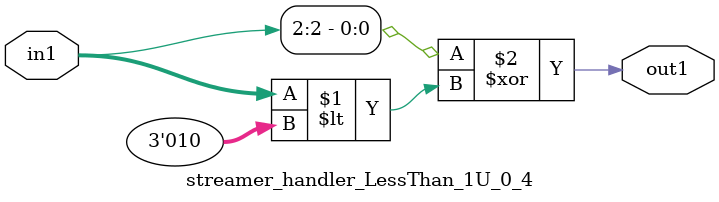
<source format=v>

`timescale 1ps / 1ps


module streamer_handler_LessThan_1U_0_4( in1, out1 );

    input [2:0] in1;
    output out1;

    
    // rtl_process:streamer_handler_LessThan_1U_0_4/streamer_handler_LessThan_1U_0_4_thread_1
    assign out1 = (in1[2] ^ in1 < 3'd2);

endmodule


</source>
